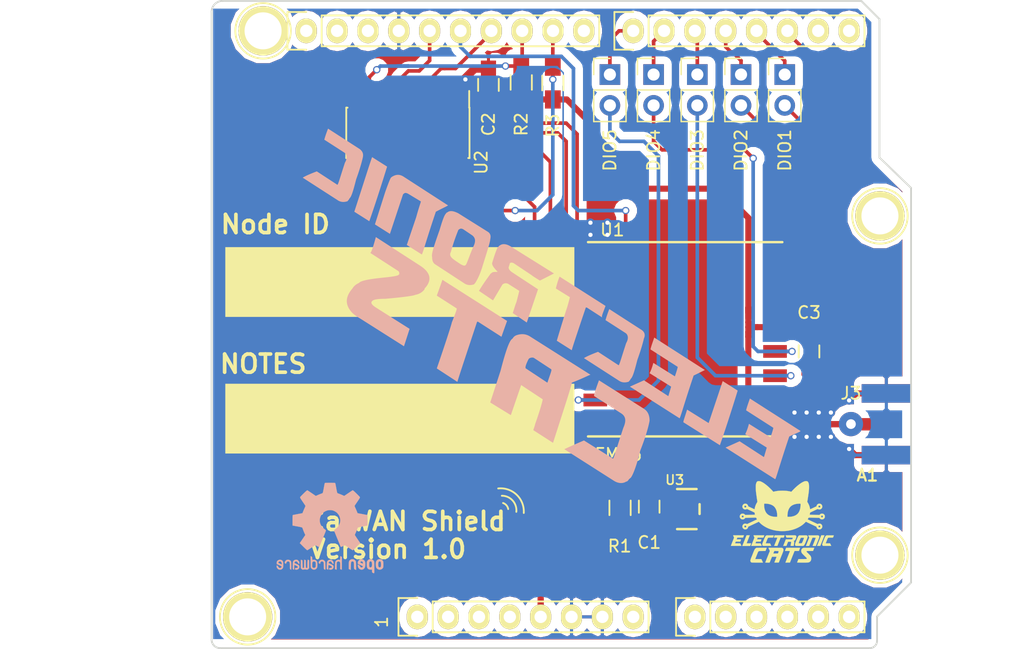
<source format=kicad_pcb>
(kicad_pcb (version 20221018) (generator pcbnew)
  (title_block (date "lun. 30 mars 2015"))
  (layers (0 "F.Cu" signal) (31 "B.Cu" signal) (34 "B.Paste" user) (35 "F.Paste" user) (36 "B.SilkS" user "B.Silkscreen") (37 "F.SilkS" user "F.Silkscreen") (38 "B.Mask" user) (39 "F.Mask" user) (44 "Edge.Cuts" user))
  (net 0 "")
  (net 1 "/IOREF")
  (net 2 "+5V")
  (net 3 "GND")
  (net 4 "/Vin")
  (net 5 "/A0")
  (net 6 "/A1")
  (net 7 "/A2")
  (net 8 "/A3")
  (net 9 "/AREF")
  (net 10 "/A4(SDA)")
  (net 11 "/A5(SCL)")
  (net 12 "/9(**)")
  (net 13 "/8")
  (net 14 "/7")
  (net 15 "/6(**)")
  (net 16 "/5(**)")
  (net 17 "/4")
  (net 18 "/3(**)")
  (net 19 "/1(Tx)")
  (net 20 "/0(Rx)")
  (net 21 "Net-(P5-Pad1)")
  (net 22 "Net-(P6-Pad1)")
  (net 23 "Net-(P7-Pad1)")
  (net 24 "Net-(P8-Pad1)")
  (net 25 "/13(SCK)")
  (net 26 "/10(**/SS)")
  (net 27 "Net-(P1-Pad1)")
  (net 28 "/12(MISO)")
  (net 29 "/11(**/MOSI)")
  (net 30 "Net-(P1-Pad4)")
  (net 31 "Net-(P3-Pad1)")
  (net 32 "Net-(P3-Pad2)")
  (net 33 "Net-(A1-Pad1)")
  (net 34 "+3V3")
  (net 35 "/RESET")
  (net 36 "/DIO0/2")
  (net 37 "Net-(R1-Pad1)")
  (net 38 "/MOSI_3v3")
  (net 39 "/SCK_3v3")
  (net 40 "/SS_3v3")
  (net 41 "/DIO5")
  (net 42 "/DIO3")
  (net 43 "/DIO4")
  (net 44 "/DIO1")
  (net 45 "/DIO2")
  (net 46 "Net-(U2-Pad11)")
  (net 47 "Net-(U2-Pad12)")
  (net 48 "Net-(U2-Pad13)")
  (net 49 "Net-(U2-Pad14)")
  (net 50 "Net-(U2-Pad15)")
  (net 51 "Net-(U2-Pad16)")
  (net 52 "Net-(U3-Pad4)")
  (net 53 "/Reset_a")
  (footprint "Socket_Arduino_Uno:Socket_Strip_Arduino_1x08" (layer "F.Cu") (at 138.938 123.825)
    (fp_text reference "P1" hide)
    (fp_text value "Power")
    (pad "1" thru_hole oval locked (at 0 0) (size 1.7272 2.032) (drill 1.016) (layers "*.Cu" "*.Mask" "F.SilkS") (net 27 "Net-(P1-Pad1)"))
    (pad "2" thru_hole oval locked (at 2.54 0) (size 1.7272 2.032) (drill 1.016) (layers "*.Cu" "*.Mask" "F.SilkS") (net 1 "/IOREF"))
    (pad "3" thru_hole oval locked (at 5.08 0) (size 1.7272 2.032) (drill 1.016) (layers "*.Cu" "*.Mask" "F.SilkS") (net 53 "/Reset_a"))
    (pad "4" thru_hole oval locked (at 7.62 0) (size 1.7272 2.032) (drill 1.016) (layers "*.Cu" "*.Mask" "F.SilkS") (net 30 "Net-(P1-Pad4)"))
    (pad "5" thru_hole oval locked (at 10.16 0) (size 1.7272 2.032) (drill 1.016) (layers "*.Cu" "*.Mask" "F.SilkS") (net 2 "+5V"))
    (pad "6" thru_hole oval locked (at 12.7 0) (size 1.7272 2.032) (drill 1.016) (layers "*.Cu" "*.Mask" "F.SilkS") (net 3 "GND"))
    (pad "7" thru_hole oval locked (at 15.24 0) (size 1.7272 2.032) (drill 1.016) (layers "*.Cu" "*.Mask" "F.SilkS") (net 3 "GND"))
    (pad "8" thru_hole oval locked (at 17.78 0) (size 1.7272 2.032) (drill 1.016) (layers "*.Cu" "*.Mask" "F.SilkS") (net 4 "/Vin"))
  )
  (footprint "Socket_Arduino_Uno:Socket_Strip_Arduino_1x06" (layer "F.Cu") (at 161.798 123.825)
    (fp_text reference "P2")
    (fp_text value "Analog")
    (pad "1" thru_hole oval locked (at 0 0) (size 1.7272 2.032) (drill 1.016) (layers "*.Cu" "*.Mask" "F.SilkS") (net 5 "/A0"))
    (pad "2" thru_hole oval locked (at 2.54 0) (size 1.7272 2.032) (drill 1.016) (layers "*.Cu" "*.Mask" "F.SilkS") (net 6 "/A1"))
    (pad "3" thru_hole oval locked (at 5.08 0) (size 1.7272 2.032) (drill 1.016) (layers "*.Cu" "*.Mask" "F.SilkS") (net 7 "/A2"))
    (pad "4" thru_hole oval locked (at 7.62 0) (size 1.7272 2.032) (drill 1.016) (layers "*.Cu" "*.Mask" "F.SilkS") (net 8 "/A3"))
    (pad "5" thru_hole oval locked (at 10.16 0) (size 1.7272 2.032) (drill 1.016) (layers "*.Cu" "*.Mask" "F.SilkS") (net 10 "/A4(SDA)"))
    (pad "6" thru_hole oval locked (at 12.7 0) (size 1.7272 2.032) (drill 1.016) (layers "*.Cu" "*.Mask" "F.SilkS") (net 11 "/A5(SCL)"))
  )
  (footprint "Socket_Arduino_Uno:Socket_Strip_Arduino_1x10" (layer "F.Cu") (at 129.794 75.565)
    (fp_text reference "P3" hide)
    (fp_text value "Digital")
    (pad "1" thru_hole oval locked (at 0 0) (size 1.7272 2.032) (drill 1.016) (layers "*.Cu" "*.Mask" "F.SilkS") (net 31 "Net-(P3-Pad1)"))
    (pad "2" thru_hole oval locked (at 2.54 0) (size 1.7272 2.032) (drill 1.016) (layers "*.Cu" "*.Mask" "F.SilkS") (net 32 "Net-(P3-Pad2)"))
    (pad "3" thru_hole oval locked (at 5.08 0) (size 1.7272 2.032) (drill 1.016) (layers "*.Cu" "*.Mask" "F.SilkS") (net 9 "/AREF"))
    (pad "4" thru_hole oval locked (at 7.62 0) (size 1.7272 2.032) (drill 1.016) (layers "*.Cu" "*.Mask" "F.SilkS") (net 3 "GND"))
    (pad "5" thru_hole oval locked (at 10.16 0) (size 1.7272 2.032) (drill 1.016) (layers "*.Cu" "*.Mask" "F.SilkS") (net 25 "/13(SCK)"))
    (pad "6" thru_hole oval locked (at 12.7 0) (size 1.7272 2.032) (drill 1.016) (layers "*.Cu" "*.Mask" "F.SilkS") (net 28 "/12(MISO)"))
    (pad "7" thru_hole oval locked (at 15.24 0) (size 1.7272 2.032) (drill 1.016) (layers "*.Cu" "*.Mask" "F.SilkS") (net 29 "/11(**/MOSI)"))
    (pad "8" thru_hole oval locked (at 17.78 0) (size 1.7272 2.032) (drill 1.016) (layers "*.Cu" "*.Mask" "F.SilkS") (net 26 "/10(**/SS)"))
    (pad "9" thru_hole oval locked (at 20.32 0) (size 1.7272 2.032) (drill 1.016) (layers "*.Cu" "*.Mask" "F.SilkS") (net 12 "/9(**)"))
    (pad "10" thru_hole oval locked (at 22.86 0) (size 1.7272 2.032) (drill 1.016) (layers "*.Cu" "*.Mask" "F.SilkS") (net 13 "/8"))
  )
  (footprint "Socket_Arduino_Uno:Socket_Strip_Arduino_1x08" (layer "F.Cu") (at 156.718 75.565)
    (fp_text reference "P4" hide)
    (fp_text value "Digital")
    (pad "1" thru_hole oval locked (at 0 0) (size 1.7272 2.032) (drill 1.016) (layers "*.Cu" "*.Mask" "F.SilkS") (net 14 "/7"))
    (pad "2" thru_hole oval locked (at 2.54 0) (size 1.7272 2.032) (drill 1.016) (layers "*.Cu" "*.Mask" "F.SilkS") (net 15 "/6(**)"))
    (pad "3" thru_hole oval locked (at 5.08 0) (size 1.7272 2.032) (drill 1.016) (layers "*.Cu" "*.Mask" "F.SilkS") (net 16 "/5(**)"))
    (pad "4" thru_hole oval locked (at 7.62 0) (size 1.7272 2.032) (drill 1.016) (layers "*.Cu" "*.Mask" "F.SilkS") (net 17 "/4"))
    (pad "5" thru_hole oval locked (at 10.16 0) (size 1.7272 2.032) (drill 1.016) (layers "*.Cu" "*.Mask" "F.SilkS") (net 18 "/3(**)"))
    (pad "6" thru_hole oval locked (at 12.7 0) (size 1.7272 2.032) (drill 1.016) (layers "*.Cu" "*.Mask" "F.SilkS") (net 36 "/DIO0/2"))
    (pad "7" thru_hole oval locked (at 15.24 0) (size 1.7272 2.032) (drill 1.016) (layers "*.Cu" "*.Mask" "F.SilkS") (net 19 "/1(Tx)"))
    (pad "8" thru_hole oval locked (at 17.78 0) (size 1.7272 2.032) (drill 1.016) (layers "*.Cu" "*.Mask" "F.SilkS") (net 20 "/0(Rx)"))
  )
  (footprint "Socket_Arduino_Uno:Arduino_1pin" (layer "F.Cu") (at 124.968 123.825)
    (fp_text reference "P5" hide)
    (fp_text value "CONN_01X01" hide)
    (pad "1" thru_hole circle locked (at 0 0) (size 4.064 4.064) (drill 3.048) (layers "*.Cu" "*.Mask" "F.SilkS") (net 21 "Net-(P5-Pad1)"))
  )
  (footprint "Socket_Arduino_Uno:Arduino_1pin" (layer "F.Cu") (at 177.038 118.745)
    (fp_text reference "P6" hide)
    (fp_text value "CONN_01X01" hide)
    (pad "1" thru_hole circle locked (at 0 0) (size 4.064 4.064) (drill 3.048) (layers "*.Cu" "*.Mask" "F.SilkS") (net 22 "Net-(P6-Pad1)"))
  )
  (footprint "Socket_Arduino_Uno:Arduino_1pin" (layer "F.Cu") (at 126.238 75.565)
    (fp_text reference "P7" hide)
    (fp_text value "CONN_01X01" hide)
    (pad "1" thru_hole circle locked (at 0 0) (size 4.064 4.064) (drill 3.048) (layers "*.Cu" "*.Mask" "F.SilkS") (net 23 "Net-(P7-Pad1)"))
  )
  (footprint "Socket_Arduino_Uno:Arduino_1pin" (layer "F.Cu") (at 177.038 90.805)
    (fp_text reference "P8" hide)
    (fp_text value "CONN_01X01" hide)
    (pad "1" thru_hole circle locked (at 0 0) (size 4.064 4.064) (drill 3.048) (layers "*.Cu" "*.Mask" "F.SilkS") (net 24 "Net-(P8-Pad1)"))
  )
  (footprint "TIH:electronic_cats_logo_8x6" (layer "F.Cu") (at 169 116)
    (fp_text reference "G***" hide)
    (fp_text value "LOGO" hide)
  )
  (footprint "ArduinoShieldLoRa:SMA_EDGELAUNCH_UFL" (layer "F.Cu") (at 179.598 107.965 180)
    (fp_text reference "A1" (at 2.598 -3.635 180) (layer "F.SilkS") (effects (font (size 0.9652 0.9652) (thickness 0.18288)) (justify right top)))
    (fp_text value "ANT")
    (pad "1" smd rect (at 3.048 0 270) (size 1.016 2.032) (layers "F.Cu" "F.Paste" "F.Mask") (net 33 "Net-(A1-Pad1)"))
    (pad "2" smd rect (at 2.032 2.54 270) (size 1.524 4.064) (layers "F.Cu" "F.Paste" "F.Mask") (net 3 "GND"))
    (pad "3" smd rect (at 2.032 -2.54 270) (size 1.524 4.064) (layers "F.Cu" "F.Paste" "F.Mask") (net 3 "GND"))
    (pad "4" smd rect (at 2.032 -2.54 270) (size 1.524 4.064) (layers "B.Cu" "B.Paste" "B.Mask") (net 3 "GND"))
    (pad "5" smd rect (at 2.032 2.54 270) (size 1.524 4.064) (layers "B.Cu" "B.Paste" "B.Mask") (net 3 "GND"))
  )
  (footprint "Capacitors_SMD:C_0805_HandSoldering" (layer "F.Cu") (at 158.035 114.748 -90)
    (fp_text reference "C1" (at 2.952 0) (layer "F.SilkS"))
    (fp_text value "10uF")
    (pad "1" smd rect (at -1.25 0 270) (size 1.5 1.25) (layers "F.Cu" "F.Paste" "F.Mask") (net 2 "+5V"))
    (pad "2" smd rect (at 1.25 0 270) (size 1.5 1.25) (layers "F.Cu" "F.Paste" "F.Mask") (net 3 "GND"))
  )
  (footprint "Capacitors_SMD:C_0805_HandSoldering" (layer "F.Cu") (at 144.798 80.015 90)
    (fp_text reference "C2" (at -3.25 0 90) (layer "F.SilkS"))
    (fp_text value "0.1uF")
    (pad "1" smd rect (at -1.25 0 90) (size 1.5 1.25) (layers "F.Cu" "F.Paste" "F.Mask") (net 34 "+3V3"))
    (pad "2" smd rect (at 1.25 0 90) (size 1.5 1.25) (layers "F.Cu" "F.Paste" "F.Mask") (net 3 "GND"))
  )
  (footprint "Capacitors_SMD:C_0805_HandSoldering" (layer "F.Cu") (at 171.198 101.965 -90)
    (fp_text reference "C3" (at -3.2 0) (layer "F.SilkS"))
    (fp_text value "10uF")
    (pad "1" smd rect (at -1.25 0 270) (size 1.5 1.25) (layers "F.Cu" "F.Paste" "F.Mask") (net 34 "+3V3"))
    (pad "2" smd rect (at 1.25 0 270) (size 1.5 1.25) (layers "F.Cu" "F.Paste" "F.Mask") (net 3 "GND"))
  )
  (footprint "Pin_Headers:Pin_Header_Straight_1x02_Pitch2.54mm" (layer "F.Cu") (at 169.198 79.165)
    (fp_text reference "J1")
    (fp_text value "DIO1" (at 0.002 6.235 90) (layer "F.SilkS"))
    (pad "1" thru_hole rect (at 0 0) (size 1.7 1.7) (drill 1) (layers "*.Cu" "*.Mask") (net 18 "/3(**)"))
    (pad "2" thru_hole oval (at 0 2.54) (size 1.7 1.7) (drill 1) (layers "*.Cu" "*.Mask") (net 44 "/DIO1"))
  )
  (footprint "Wire_Pads:SolderWirePad_single_0-8mmDrill" (layer "F.Cu") (at 174.65 107.95)
    (fp_text reference "J3" (at 0 -2.54) (layer "F.SilkS"))
    (fp_text value "CONN_01X01")
    (pad "1" thru_hole circle (at 0 0) (size 1.99898 1.99898) (drill 0.8001) (layers "*.Cu" "*.Mask") (net 33 "Net-(A1-Pad1)"))
  )
  (footprint "agroin:RFM95W" (layer "F.Cu") (at 160.998 100.965)
    (fp_text reference "U1" (at -6 -9) (layer "F.SilkS"))
    (fp_text value "RFM95" (at -6 9.49147) (layer "F.SilkS"))
    (pad "1" smd rect (at -7.4 -7) (size 1.95 1.05) (layers "F.Cu" "F.Paste" "F.Mask") (net 3 "GND"))
    (pad "2" smd rect (at -7.4 -5) (size 1.95 1.05) (layers "F.Cu" "F.Paste" "F.Mask") (net 28 "/12(MISO)"))
    (pad "3" smd rect (at -7.4 -3) (size 1.95 1.05) (layers "F.Cu" "F.Paste" "F.Mask") (net 38 "/MOSI_3v3"))
    (pad "4" smd rect (at -7.4 -1) (size 1.95 1.05) (layers "F.Cu" "F.Paste" "F.Mask") (net 39 "/SCK_3v3"))
    (pad "5" smd rect (at -7.4 1) (size 1.95 1.05) (layers "F.Cu" "F.Paste" "F.Mask") (net 40 "/SS_3v3"))
    (pad "6" smd rect (at -7.4 3) (size 1.95 1.05) (layers "F.Cu" "F.Paste" "F.Mask") (net 35 "/RESET"))
    (pad "7" smd rect (at -7.4 5) (size 1.95 1.05) (layers "F.Cu" "F.Paste" "F.Mask") (net 41 "/DIO5"))
    (pad "8" smd rect (at -7.4 7) (size 1.95 1.05) (layers "F.Cu" "F.Paste" "F.Mask") (net 3 "GND"))
    (pad "9" smd rect (at 7.4 7 180) (size 1.95 1.05) (layers "F.Cu" "F.Paste" "F.Mask") (net 33 "Net-(A1-Pad1)"))
    (pad "10" smd rect (at 7.4 5 180) (size 1.95 1.05) (layers "F.Cu" "F.Paste" "F.Mask") (net 3 "GND"))
    (pad "11" smd rect (at 7.4 3 180) (size 1.95 1.05) (layers "F.Cu" "F.Paste" "F.Mask") (net 42 "/DIO3"))
    (pad "12" smd rect (at 7.4 1 180) (size 1.95 1.05) (layers "F.Cu" "F.Paste" "F.Mask") (net 43 "/DIO4"))
    (pad "13" smd rect (at 7.4 -1 180) (size 1.95 1.05) (layers "F.Cu" "F.Paste" "F.Mask") (net 34 "+3V3"))
    (pad "14" smd rect (at 7.4 -3 180) (size 1.95 1.05) (layers "F.Cu" "F.Paste" "F.Mask") (net 36 "/DIO0/2"))
    (pad "15" smd rect (at 7.4 -5 180) (size 1.95 1.05) (layers "F.Cu" "F.Paste" "F.Mask") (net 44 "/DIO1"))
    (pad "16" smd rect (at 7.4 -7 180) (size 1.95 1.05) (layers "F.Cu" "F.Paste" "F.Mask") (net 45 "/DIO2"))
  )
  (footprint "Housings_SOIC:SOIC-16_3.9x9.9mm_Pitch1.27mm" (layer "F.Cu") (at 138.163 83.965 -90)
    (fp_text reference "U2" (at 2.435 -6.037 90) (layer "F.SilkS"))
    (fp_text value "74HC4050D")
    (pad "1" smd rect (at -2.7 -4.445 270) (size 1.5 0.6) (layers "F.Cu" "F.Paste" "F.Mask") (net 34 "+3V3"))
    (pad "2" smd rect (at -2.7 -3.175 270) (size 1.5 0.6) (layers "F.Cu" "F.Paste" "F.Mask") (net 38 "/MOSI_3v3"))
    (pad "3" smd rect (at -2.7 -1.905 270) (size 1.5 0.6) (layers "F.Cu" "F.Paste" "F.Mask") (net 29 "/11(**/MOSI)"))
    (pad "4" smd rect (at -2.7 -0.635 270) (size 1.5 0.6) (layers "F.Cu" "F.Paste" "F.Mask") (net 39 "/SCK_3v3"))
    (pad "5" smd rect (at -2.7 0.635 270) (size 1.5 0.6) (layers "F.Cu" "F.Paste" "F.Mask") (net 25 "/13(SCK)"))
    (pad "6" smd rect (at -2.7 1.905 270) (size 1.5 0.6) (layers "F.Cu" "F.Paste" "F.Mask") (net 40 "/SS_3v3"))
    (pad "7" smd rect (at -2.7 3.175 270) (size 1.5 0.6) (layers "F.Cu" "F.Paste" "F.Mask") (net 26 "/10(**/SS)"))
    (pad "8" smd rect (at -2.7 4.445 270) (size 1.5 0.6) (layers "F.Cu" "F.Paste" "F.Mask") (net 3 "GND"))
    (pad "9" smd rect (at 2.7 4.445 270) (size 1.5 0.6) (layers "F.Cu" "F.Paste" "F.Mask") (net 12 "/9(**)"))
    (pad "10" smd rect (at 2.7 3.175 270) (size 1.5 0.6) (layers "F.Cu" "F.Paste" "F.Mask") (net 35 "/RESET"))
    (pad "11" smd rect (at 2.7 1.905 270) (size 1.5 0.6) (layers "F.Cu" "F.Paste" "F.Mask") (net 46 "Net-(U2-Pad11)"))
    (pad "12" smd rect (at 2.7 0.635 270) (size 1.5 0.6) (layers "F.Cu" "F.Paste" "F.Mask") (net 47 "Net-(U2-Pad12)"))
    (pad "13" smd rect (at 2.7 -0.635 270) (size 1.5 0.6) (layers "F.Cu" "F.Paste" "F.Mask") (net 48 "Net-(U2-Pad13)"))
    (pad "14" smd rect (at 2.7 -1.905 270) (size 1.5 0.6) (layers "F.Cu" "F.Paste" "F.Mask") (net 49 "Net-(U2-Pad14)"))
    (pad "15" smd rect (at 2.7 -3.175 270) (size 1.5 0.6) (layers "F.Cu" "F.Paste" "F.Mask") (net 50 "Net-(U2-Pad15)"))
    (pad "16" smd rect (at 2.7 -4.445 270) (size 1.5 0.6) (layers "F.Cu" "F.Paste" "F.Mask") (net 51 "Net-(U2-Pad16)"))
  )
  (footprint "ArduinoShieldLoRa:AP2112K-3.3" (layer "F.Cu") (at 161.1349 114.948 -90)
    (fp_text reference "U3" (at -2.848 0.1349) (layer "F.SilkS") (effects (font (size 0.77216 0.77216) (thickness 0.138988)) (justify right top)))
    (fp_text value "AP2112K-3.3" hide)
    (pad "1" smd rect (at -0.95 1.3001 270) (size 0.55 1.2) (layers "F.Cu" "F.Paste" "F.Mask") (net 2 "+5V"))
    (pad "2" smd rect (at 0 1.3001 270) (size 0.55 1.2) (layers "F.Cu" "F.Paste" "F.Mask") (net 3 "GND"))
    (pad "3" smd rect (at 0.95 1.3001 270) (size 0.55 1.2) (layers "F.Cu" "F.Paste" "F.Mask") (net 37 "Net-(R1-Pad1)"))
    (pad "4" smd rect (at 0.95 -1.3001 270) (size 0.55 1.2) (layers "F.Cu" "F.Paste" "F.Mask") (net 52 "Net-(U3-Pad4)"))
    (pad "5" smd rect (at -0.95 -1.3001 270) (size 0.55 1.2) (layers "F.Cu" "F.Paste" "F.Mask") (net 34 "+3V3"))
  )
  (footprint "Pin_Headers:Pin_Header_Straight_1x02_Pitch2.54mm" (layer "F.Cu") (at 158.398 79.165)
    (fp_text reference "J2")
    (fp_text value "DIO4" (at 0 6.235 90) (layer "F.SilkS"))
    (pad "1" thru_hole rect (at 0 0) (size 1.7 1.7) (drill 1) (layers "*.Cu" "*.Mask") (net 15 "/6(**)"))
    (pad "2" thru_hole oval (at 0 2.54) (size 1.7 1.7) (drill 1) (layers "*.Cu" "*.Mask") (net 43 "/DIO4"))
  )
  (footprint "Pin_Headers:Pin_Header_Straight_1x02_Pitch2.54mm" (layer "F.Cu") (at 161.998 79.165)
    (fp_text reference "J4")
    (fp_text value "DIO3" (at 0.002 6.235 90) (layer "F.SilkS"))
    (pad "1" thru_hole rect (at 0 0) (size 1.7 1.7) (drill 1) (layers "*.Cu" "*.Mask") (net 16 "/5(**)"))
    (pad "2" thru_hole oval (at 0 2.54) (size 1.7 1.7) (drill 1) (layers "*.Cu" "*.Mask") (net 42 "/DIO3"))
  )
  (footprint "Pin_Headers:Pin_Header_Straight_1x02_Pitch2.54mm" (layer "F.Cu") (at 154.798 79.165)
    (fp_text reference "J5")
    (fp_text value "DIO5" (at 0.002 6.235 90) (layer "F.SilkS"))
    (pad "1" thru_hole rect (at 0 0) (size 1.7 1.7) (drill 1) (layers "*.Cu" "*.Mask") (net 14 "/7"))
    (pad "2" thru_hole oval (at 0 2.54) (size 1.7 1.7) (drill 1) (layers "*.Cu" "*.Mask") (net 41 "/DIO5"))
  )
  (footprint "Pin_Headers:Pin_Header_Straight_1x02_Pitch2.54mm" (layer "F.Cu") (at 165.598 79.165)
    (fp_text reference "J6")
    (fp_text value "DIO2" (at 0 6.235 90) (layer "F.SilkS"))
    (pad "1" thru_hole rect (at 0 0) (size 1.7 1.7) (drill 1) (layers "*.Cu" "*.Mask") (net 17 "/4"))
    (pad "2" thru_hole oval (at 0 2.54) (size 1.7 1.7) (drill 1) (layers "*.Cu" "*.Mask") (net 45 "/DIO2"))
  )
  (footprint "Resistors_SMD:R_0805_HandSoldering" (layer "F.Cu") (at 155.635 114.848 90)
    (fp_text reference "R1" (at -3.152 -0.035 180) (layer "F.SilkS"))
    (fp_text value "100K")
    (pad "1" smd rect (at -1.35 0 90) (size 1.5 1.3) (layers "F.Cu" "F.Paste" "F.Mask") (net 37 "Net-(R1-Pad1)"))
    (pad "2" smd rect (at 1.35 0 90) (size 1.5 1.3) (layers "F.Cu" "F.Paste" "F.Mask") (net 2 "+5V"))
  )
  (footprint "Resistors_SMD:R_0805_HandSoldering" (layer "F.Cu") (at 150.098 79.865 90)
    (fp_text reference "R3" (at -3.5 0 90) (layer "F.SilkS"))
    (fp_text value "100k")
    (pad "1" smd rect (at -1.35 0 90) (size 1.5 1.3) (layers "F.Cu" "F.Paste" "F.Mask") (net 34 "+3V3"))
    (pad "2" smd rect (at 1.35 0 90) (size 1.5 1.3) (layers "F.Cu" "F.Paste" "F.Mask") (net 12 "/9(**)"))
  )
  (footprint "Resistors_SMD:R_0805_HandSoldering" (layer "F.Cu") (at 147.498 79.815 90)
    (fp_text reference "R2" (at -3.45 0 90) (layer "F.SilkS"))
    (fp_text value "100k")
    (pad "1" smd rect (at -1.35 0 90) (size 1.5 1.3) (layers "F.Cu" "F.Paste" "F.Mask") (net 34 "+3V3"))
    (pad "2" smd rect (at 1.35 0 90) (size 1.5 1.3) (layers "F.Cu" "F.Paste" "F.Mask") (net 26 "/10(**/SS)"))
  )
  (footprint "Symbols:OSHW-Logo2_9.8x8mm_SilkScreen" (layer "B.Cu") (at 131.75 116.5 180)
    (fp_text reference "REF***" hide)
    (fp_text value "OSHW-Logo2_9.8x8mm_SilkScreen" hide)
  )
  (footprint "Aesthetics:titule_electronic_med" (layer "B.Cu") (at 150 98.25 180)
    (fp_text reference "svg2mod" hide)
    (fp_text value "electronic" hide)
  )
  (gr_arc (start 146 114.45) (mid 146.280825 114.639138) (end 146.42385 114.946025) (stroke (width 0.15)) (layer "F.SilkS"))
  (gr_arc (start 145.9 113.85) (mid 146.791837 114.247113) (end 147.093407 115.175622) (stroke (width 0.15)) (layer "F.SilkS"))
  (gr_arc (start 145.6 113.25) (mid 147.121945 113.770702) (end 147.706777 115.269174) (stroke (width 0.15)) (layer "F.SilkS"))
  (gr_line (start 176.2 126.4) (end 122.7 126.4) (stroke (width 0.15)) (layer "Edge.Cuts"))
  (gr_line (start 176.8 125.8) (end 176.8 123.8) (stroke (width 0.15)) (layer "Edge.Cuts"))
  (gr_line (start 177 86) (end 177 74.6) (stroke (width 0.15)) (layer "Edge.Cuts"))
  (gr_line (start 179.6 121) (end 179.6 88.5) (stroke (width 0.15)) (layer "Edge.Cuts"))
  (gr_line (start 122 125.7) (end 122 74) (stroke (width 0.15)) (layer "Edge.Cuts"))
  (gr_line (start 176.8 123.8) (end 179.6 121) (stroke (width 0.15)) (layer "Edge.Cuts"))
  (gr_arc (start 176.8 125.8) (mid 176.624264 126.224264) (end 176.2 126.4) (stroke (width 0.15)) (layer "Edge.Cuts"))
  (gr_arc (start 122 74) (mid 122.263604 73.363604) (end 122.9 73.1) (stroke (width 0.15)) (layer "Edge.Cuts"))
  (gr_arc (start 122.7 126.4) (mid 122.205025 126.194975) (end 122 125.7) (stroke (width 0.15)) (layer "Edge.Cuts"))
  (gr_line (start 175.5 73.1) (end 122.9 73.1) (stroke (width 0.15)) (layer "Edge.Cuts"))
  (gr_line (start 179.6 88.5) (end 177 86) (stroke (width 0.15)) (layer "Edge.Cuts"))
  (gr_line (start 177 74.6) (end 175.5 73.1) (stroke (width 0.15)) (layer "Edge.Cuts"))
  (gr_text "NOTES" (at 126.25 103) (layer "F.SilkS") (effects (font (size 1.5 1.5) (thickness 0.3))))
  (gr_text "CatWAN Shield" (at 138 115.95) (layer "F.SilkS") (effects (font (size 1.5 1.5) (thickness 0.3))))
  (gr_text "1" (at 136 124.25 90) (layer "F.SilkS") (effects (font (size 1 1))))
  (gr_text "Node ID" (at 127.25 91.5) (layer "F.SilkS") (effects (font (size 1.5 1.5) (thickness 0.3))))
  (gr_text "Version 1.0" (at 136.5 118.25) (layer "F.SilkS") (effects (font (size 1.5 1.5) (thickness 0.3))))
  (segment (start 154.3 113.498) (end 155.635 113.498) (width 0.5) (layer "F.Cu") (net 2))
  (segment (start 151.065 113.498) (end 154.3 113.498) (width 0.5) (layer "F.Cu") (net 2))
  (segment (start 159.3348 113.498) (end 159.8348 113.998) (width 0.5) (layer "F.Cu") (net 2))
  (segment (start 153.391 113.498) (end 154.3 113.498) (width 0.5) (layer "F.Cu") (net 2))
  (segment (start 149.048 123.775) (end 149.098 123.825) (width 0.6) (layer "F.Cu") (net 2))
  (segment (start 149.098 123.825) (end 149.098 115.465) (width 0.5) (layer "F.Cu") (net 2))
  (segment (start 158.035 113.498) (end 159.3348 113.498) (width 0.5) (layer "F.Cu") (net 2))
  (segment (start 155.635 113.498) (end 158.035 113.498) (width 0.5) (layer "F.Cu") (net 2))
  (segment (start 149.098 123.825) (end 149.098 122.309) (width 0.5) (layer "F.Cu") (net 2))
  (segment (start 149.098 115.465) (end 151.065 113.498) (width 0.5) (layer "F.Cu") (net 2))
  (segment (start 158.035 115.873) (end 157.027 114.865) (width 0.5) (layer "F.Cu") (net 3))
  (segment (start 143.698 78.765) (end 142.898 79.565) (width 0.5) (layer "F.Cu") (net 3))
  (segment (start 171 109) (end 170 109) (width 0.5) (layer "F.Cu") (net 3))
  (segment (start 153.598 92.765) (end 153.198 92.365) (width 0.5) (layer "F.Cu") (net 3))
  (segment (start 168.398 105.965) (end 168.965 105.965) (width 0.5) (layer "F.Cu") (net 3))
  (segment (start 157.027 114.865) (end 153.198 114.865) (width 0.5) (layer "F.Cu") (net 3))
  (segment (start 171 107) (end 172 107) (width 0.5) (layer "F.Cu") (net 3))
  (segment (start 175.075 105.425) (end 174.5 106) (width 0.5) (layer "F.Cu") (net 3))
  (segment (start 168.965 105.965) (end 170 107) (width 0.5) (layer "F.Cu") (net 3))
  (segment (start 159.085 114.948) (end 158.035 115.998) (width 0.5) (layer "F.Cu") (net 3))
  (segment (start 153.598 93.965) (end 153.598 92.765) (width 0.5) (layer "F.Cu") (net 3))
  (segment (start 177.566 105.425) (end 175.075 105.425) (width 0.5) (layer "F.Cu") (net 3))
  (segment (start 159.8348 114.948) (end 159.085 114.948) (width 0.5) (layer "F.Cu") (net 3))
  (segment (start 144.798 78.765) (end 143.698 78.765) (width 0.5) (layer "F.Cu") (net 3))
  (segment (start 175.005 110.505) (end 174.5 110) (width 0.5) (layer "F.Cu") (net 3))
  (segment (start 153.198 91.365) (end 154.598 91.365) (width 0.5) (layer "F.Cu") (net 3))
  (segment (start 173 109) (end 172 109) (width 0.5) (layer "F.Cu") (net 3))
  (segment (start 158.035 115.998) (end 158.035 115.873) (width 0.5) (layer "F.Cu") (net 3))
  (segment (start 177.566 110.505) (end 175.005 110.505) (width 0.5) (layer "F.Cu") (net 3))
  (via (at 142.898 79.565) (size 0.7) (drill 0.35) (layers "F.Cu" "B.Cu") (net 3))
  (via (at 154.598 91.365) (size 0.7) (drill 0.35) (layers "F.Cu" "B.Cu") (net 3))
  (via (at 173 109) (size 0.7) (drill 0.35) (layers "F.Cu" "B.Cu") (net 3))
  (via (at 153.198 92.365) (size 0.7) (drill 0.35) (layers "F.Cu" "B.Cu") (net 3))
  (via (at 173 107) (size 0.7) (drill 0.35) (layers "F.Cu" "B.Cu") (net 3))
  (via (at 174.5 106) (size 0.7) (drill 0.35) (layers "F.Cu" "B.Cu") (net 3))
  (via (at 154.598 92.365) (size 0.7) (drill 0.35) (layers "F.Cu" "B.Cu") (net 3))
  (via (at 172 107) (size 0.7) (drill 0.35) (layers "F.Cu" "B.Cu") (net 3))
  (via (at 153.198 91.365) (size 0.7) (drill 0.35) (layers "F.Cu" "B.Cu") (net 3))
  (via (at 170 109) (size 0.7) (drill 0.35) (layers "F.Cu" "B.Cu") (net 3))
  (via (at 171 109) (size 0.7) (drill 0.35) (layers "F.Cu" "B.Cu") (net 3))
  (via (at 174.5 110) (size 0.7) (drill 0.35) (layers "F.Cu" "B.Cu") (net 3))
  (via (at 170 107) (size 0.7) (drill 0.35) (layers "F.Cu" "B.Cu") (net 3))
  (via (at 171 107) (size 0.7) (drill 0.35) (layers "F.Cu" "B.Cu") (net 3))
  (via (at 172 109) (size 0.7) (drill 0.35) (layers "F.Cu" "B.Cu") (net 3))
  (segment (start 172 109) (end 171 109) (width 0.5) (layer "B.Cu") (net 3))
  (segment (start 174.5 110) (end 173.5 110) (width 0.5) (layer "B.Cu") (net 3))
  (segment (start 172 107) (end 173 107) (width 0.5) (layer "B.Cu") (net 3))
  (segment (start 153.198 92.365) (end 153.198 91.365) (width 0.5) (layer "B.Cu") (net 3))
  (segment (start 170 107) (end 171 107) (width 0.5) (layer "B.Cu") (net 3))
  (segment (start 173.5 110) (end 173.5 109.5) (width 0.5) (layer "B.Cu") (net 3))
  (segment (start 173.5 109.5) (end 173 109) (width 0.5) (layer "B.Cu") (net 3))
  (segment (start 154.598 91.365) (end 154.598 92.365) (width 0.5) (layer "B.Cu") (net 3))
  (segment (start 133.718 89.835) (end 134.248 90.365) (width 0.3) (layer "F.Cu") (net 12))
  (segment (start 150.098 79.565) (end 150.098 78.515) (width 0.3) (layer "F.Cu") (net 12))
  (segment (start 139.348 90.365) (end 139.398 90.365) (width 0.3) (layer "F.Cu") (net 12))
  (segment (start 137.948 90.365) (end 139.398 90.365) (width 0.3) (layer "F.Cu") (net 12))
  (segment (start 150.098 78.515) (end 150.098 75.581) (width 0.3) (layer "F.Cu") (net 12))
  (segment (start 134.248 90.365) (end 137.948 90.365) (width 0.3) (layer "F.Cu") (net 12))
  (segment (start 139.398 90.365) (end 146.998 90.365) (width 0.3) (layer "F.Cu") (net 12))
  (segment (start 150.098 75.581) (end 150.114 75.565) (width 0.3) (layer "F.Cu") (net 12))
  (segment (start 133.718 86.665) (end 133.718 89.835) (width 0.3) (layer "F.Cu") (net 12))
  (via (at 146.998 90.365) (size 0.6) (drill 0.4) (layers "F.Cu" "B.Cu") (net 12))
  (via (at 150.098 79.565) (size 0.6) (drill 0.4) (layers "F.Cu" "B.Cu") (net 12))
  (segment (start 148.798 90.365) (end 150.098 89.065) (width 0.3) (layer "B.Cu") (net 12))
  (segment (start 150.098 75.581) (end 150.114 75.565) (width 0.3) (layer "B.Cu") (net 12))
  (segment (start 150.098 89.065) (end 150.098 79.565) (width 0.3) (layer "B.Cu") (net 12))
  (segment (start 146.998 90.365) (end 148.798 90.365) (width 0.3) (layer "B.Cu") (net 12))
  (segment (start 154.798 79.165) (end 154.798 76.3214) (width 0.3) (layer "F.Cu") (net 14))
  (segment (start 154.798 76.3214) (end 155.5544 75.565) (width 0.3) (layer "F.Cu") (net 14))
  (segment (start 155.5544 75.565) (end 156.718 75.565) (width 0.3) (layer "F.Cu") (net 14))
  (segment (start 158.398 79.165) (end 158.398 76.425) (width 0.3) (layer "F.Cu") (net 15))
  (segment (start 158.398 76.425) (end 159.258 75.565) (width 0.3) (layer "F.Cu") (net 15))
  (segment (start 161.998 79.165) (end 161.998 75.765) (width 0.3) (layer "F.Cu") (net 16))
  (segment (start 161.998 75.765) (end 161.798 75.565) (width 0.3) (layer "F.Cu") (net 16))
  (segment (start 165.598 79.165) (end 165.598 78.015) (width 0.3) (layer "F.Cu") (net 17))
  (segment (start 164.338 76.881) (end 164.338 75.565) (width 0.3) (layer "F.Cu") (net 17))
  (segment (start 164.872 77.415) (end 164.338 76.881) (width 0.3) (layer "F.Cu") (net 17))
  (segment (start 165.598 78.015) (end 164.998 77.415) (width 0.3) (layer "F.Cu") (net 17))
  (segment (start 164.998 77.415) (end 164.872 77.415) (width 0.3) (layer "F.Cu") (net 17))
  (segment (start 169.198 78.0374) (end 169.198 79.165) (width 0.3) (layer "F.Cu") (net 18))
  (segment (start 166.878 75.565) (end 166.878 75.7174) (width 0.3) (layer "F.Cu") (net 18))
  (segment (start 166.878 75.7174) (end 169.198 78.0374) (width 0.3) (layer "F.Cu") (net 18))
  (segment (start 139.098 78.865) (end 139.954 78.009) (width 0.3) (layer "F.Cu") (net 25))
  (segment (start 139.954 78.009) (end 139.954 75.565) (width 0.3) (layer "F.Cu") (net 25))
  (segment (start 137.528 79.535) (end 138.198 78.865) (width 0.3) (layer "F.Cu") (net 25))
  (segment (start 138.198 78.865) (end 139.098 78.865) (width 0.3) (layer "F.Cu") (net 25))
  (segment (start 137.528 81.265) (end 137.528 79.535) (width 0.3) (layer "F.Cu") (net 25))
  (segment (start 147.498 75.641) (end 147.574 75.565) (width 0.3) (layer "F.Cu") (net 26))
  (segment (start 147.574 78.389) (end 147.498 78.465) (width 0.3) (layer "F.Cu") (net 26))
  (segment (start 147.574 75.565) (end 147.574 78.389) (width 0.3) (layer "F.Cu") (net 26))
  (segment (start 146.198 78.465) (end 147.498 78.465) (width 0.3) (layer "F.Cu") (net 26))
  (segment (start 134.988 81.265) (end 134.988 79.375) (width 0.3) (layer "F.Cu") (net 26))
  (segment (start 134.988 79.375) (end 135.598 78.765) (width 0.3) (layer "F.Cu") (net 26))
  (via (at 135.598 78.765) (size 0.6) (drill 0.4) (layers "F.Cu" "B.Cu") (net 26))
  (via (at 146.198 78.465) (size 0.6) (drill 0.4) (layers "F.Cu" "B.Cu") (net 26))
  (segment (start 135.898 78.465) (end 138.198 78.465) (width 0.3) (layer "B.Cu") (net 26))
  (segment (start 135.598 78.765) (end 135.898 78.465) (width 0.3) (layer "B.Cu") (net 26))
  (segment (start 147.498 75.641) (end 147.574 75.565) (width 0.3) (layer "B.Cu") (net 26))
  (segment (start 138.198 78.465) (end 146.198 78.465) (width 0.3) (layer "B.Cu") (net 26))
  (segment (start 137.298 78.465) (end 138.198 78.465) (width 0.3) (layer "B.Cu") (net 26))
  (segment (start 156.098 95.365) (end 156.098 90.365) (width 0.3) (layer "F.Cu") (net 28))
  (segment (start 155.498 95.965) (end 156.098 95.365) (width 0.3) (layer "F.Cu") (net 28))
  (segment (start 153.598 95.965) (end 155.498 95.965) (width 0.3) (layer "F.Cu") (net 28))
  (via (at 156.098 90.365) (size 0.6) (drill 0.4) (layers "F.Cu" "B.Cu") (net 28))
  (segment (start 151.798 89.965) (end 151.798 78.665) (width 0.3) (layer "B.Cu") (net 28))
  (segment (start 156.098 90.365) (end 152.198 90.365) (width 0.3) (layer "B.Cu") (net 28))
  (segment (start 152.198 90.365) (end 151.798 89.965) (width 0.3) (layer "B.Cu") (net 28))
  (segment (start 151.798 78.665) (end 150.798 77.665) (width 0.3) (layer "B.Cu") (net 28))
  (segment (start 143.278 77.665) (end 142.494 76.881) (width 0.3) (layer "B.Cu") (net 28))
  (segment (start 142.494 76.881) (end 142.494 75.565) (width 0.3) (layer "B.Cu") (net 28))
  (segment (start 150.798 77.665) (end 143.278 77.665) (width 0.3) (layer "B.Cu") (net 28))
  (segment (start 142.498 75.569) (end 142.494 75.565) (width 0.3) (layer "B.Cu") (net 28))
  (segment (start 145.034 75.565) (end 145.034 75.7174) (width 0.3) (layer "F.Cu") (net 29))
  (segment (start 140.068 79.495) (end 140.898 78.665) (width 0.3) (layer "F.Cu") (net 29))
  (segment (start 140.898 78.665) (end 141.198 78.665) (width 0.3) (layer "F.Cu") (net 29))
  (segment (start 145.034 75.7174) (end 142.0864 78.665) (width 0.3) (layer "F.Cu") (net 29))
  (segment (start 140.068 81.265) (end 140.068 79.495) (width 0.3) (layer "F.Cu") (net 29))
  (segment (start 142.0864 78.665) (end 141.198 78.665) (width 0.3) (layer "F.Cu") (net 29))
  (segment (start 173.013 107.95) (end 172.998 107.965) (width 0.5) (layer "F.Cu") (net 33))
  (segment (start 172.998 107.965) (end 176.55 107.965) (width 0.5) (layer "F.Cu") (net 33))
  (segment (start 168.398 107.965) (end 172.998 107.965) (width 0.5) (layer "F.Cu") (net 33))
  (segment (start 174.65 107.95) (end 173.013 107.95) (width 0.5) (layer "F.Cu") (net 33))
  (segment (start 154.398 88.565) (end 163.798 88.565) (width 0.5) (layer "F.Cu") (net 34))
  (segment (start 144.898 81.165) (end 144.798 81.265) (width 0.5) (layer "F.Cu") (net 34))
  (segment (start 150.098 81.215) (end 147.548 81.215) (width 0.5) (layer "F.Cu") (net 34))
  (segment (start 166.198 98.365) (end 166.198 98.765) (width 0.5) (layer "F.Cu") (net 34))
  (segment (start 166.198 99.565) (end 166.198 98.365) (width 0.5) (layer "F.Cu") (net 34))
  (segment (start 144.798 81.265) (end 142.608 81.265) (width 0.5) (layer "F.Cu") (net 34))
  (segment (start 166.198 100.765) (end 166.198 100.365) (width 0.5) (layer "F.Cu") (net 34))
  (segment (start 163.798 88.565) (end 166.198 90.965) (width 0.5) (layer "F.Cu") (net 34))
  (segment (start 166.923 99.965) (end 166.598 99.965) (width 0.5) (layer "F.Cu") (net 34))
  (segment (start 151.248 81.215) (end 153.598 83.565) (width 0.5) (layer "F.Cu") (net 34))
  (segment (start 166.198 99.965) (end 166.198 99.565) (width 0.5) (layer "F.Cu") (net 34))
  (segment (start 153.598 83.565) (end 153.598 87.765) (width 0.5) (layer "F.Cu") (net 34))
  (segment (start 166.598 99.965) (end 166.198 99.565) (width 0.5) (layer "F.Cu") (net 34))
  (segment (start 166.198 90.965) (end 166.198 98.365) (width 0.5) (layer "F.Cu") (net 34))
  (segment (start 147.398 81.265) (end 147.498 81.165) (width 0.5) (layer "F.Cu") (net 34))
  (segment (start 166.198 99.24) (end 166.198 98.365) (width 0.5) (layer "F.Cu") (net 34))
  (segment (start 168.398 99.965) (end 166.923 99.965) (width 0.5) (layer "F.Cu") (net 34))
  (segment (start 166.198 108.965) (end 166.198 100.765) (width 0.5) (layer "F.Cu") (net 34))
  (segment (start 153.598 87.765) (end 154.398 88.565) (width 0.5) (layer "F.Cu") (net 34))
  (segment (start 166.598 99.965) (end 166.198 99.965) (width 0.5) (layer "F.Cu") (net 34))
  (segment (start 166.198 100.365) (end 166.598 99.965) (width 0.5) (layer "F.Cu") (net 34))
  (segment (start 147.548 81.215) (end 147.498 81.165) (width 0.5) (layer "F.Cu") (net 34))
  (segment (start 147.498 81.165) (end 144.898 81.165) (width 0.5) (layer "F.Cu") (net 34))
  (segment (start 170.448 99.965) (end 171.198 100.715) (width 0.5) (layer "F.Cu") (net 34))
  (segment (start 166.198 100.765) (end 166.198 99.965) (width 0.5) (layer "F.Cu") (net 34))
  (segment (start 168.398 99.965) (end 170.448 99.965) (width 0.5) (layer "F.Cu") (net 34))
  (segment (start 162.435 112.728) (end 166.198 108.965) (width 0.5) (layer "F.Cu") (net 34))
  (segment (start 162.435 113.998) (end 162.435 112.728) (width 0.5) (layer "F.Cu") (net 34))
  (segment (start 150.098 81.215) (end 151.248 81.215) (width 0.5) (layer "F.Cu") (net 34))
  (segment (start 135.598 88.365) (end 134.988 87.755) (width 0.3) (layer "F.Cu") (net 35))
  (segment (start 153.598 103.965) (end 150.098 103.965) (width 0.3) (layer "F.Cu") (net 35))
  (segment (start 134.988 87.755) (end 134.988 86.665) (width 0.3) (layer "F.Cu") (net 35))
  (segment (start 146.898 88.365) (end 137.198 88.365) (width 0.3) (layer "F.Cu") (net 35))
  (segment (start 137.198 88.365) (end 136.998 88.365) (width 0.3) (layer "F.Cu") (net 35))
  (segment (start 148.598 90.065) (end 146.898 88.365) (width 0.3) (layer "F.Cu") (net 35))
  (segment (start 148.598 102.465) (end 148.598 90.065) (width 0.3) (layer "F.Cu") (net 35))
  (segment (start 137.198 88.365) (end 135.598 88.365) (width 0.3) (layer "F.Cu") (net 35))
  (segment (start 150.098 103.965) (end 148.598 102.465) (width 0.3) (layer "F.Cu") (net 35))
  (segment (start 170.398 97.965) (end 168.398 97.965) (width 0.3) (layer "F.Cu") (net 36))
  (segment (start 171.948 96.415) (end 170.398 97.965) (width 0.3) (layer "F.Cu") (net 36))
  (segment (start 169.418 75.565) (end 169.418 75.7174) (width 0.3) (layer "F.Cu") (net 36))
  (segment (start 169.418 75.7174) (end 171.948 78.2474) (width 0.3) (layer "F.Cu") (net 36))
  (segment (start 171.948 78.2474) (end 171.948 96.415) (width 0.3) (layer "F.Cu") (net 36))
  (segment (start 159.8348 117.0982) (end 159.8348 115.898) (width 0.3) (layer "F.Cu") (net 37))
  (segment (start 155.635 116.198) (end 155.635 117.248) (width 0.3) (layer "F.Cu") (net 37))
  (segment (start 159.135 117.798) (end 159.8348 117.0982) (width 0.3) (layer "F.Cu") (net 37))
  (segment (start 155.635 117.248) (end 156.185 117.798) (width 0.3) (layer "F.Cu") (net 37))
  (segment (start 156.185 117.798) (end 159.135 117.798) (width 0.3) (layer "F.Cu") (net 37))
  (segment (start 151.198 83.165) (end 142.188 83.165) (width 0.3) (layer "F.Cu") (net 38))
  (segment (start 152.098 96.915) (end 152.098 84.065) (width 0.3) (layer "F.Cu") (net 38))
  (segment (start 153.598 97.965) (end 153.148 97.965) (width 0.3) (layer "F.Cu") (net 38))
  (segment (start 141.338 82.315) (end 141.338 81.265) (width 0.3) (layer "F.Cu") (net 38))
  (segment (start 153.148 97.965) (end 152.098 96.915) (width 0.3) (layer "F.Cu") (net 38))
  (segment (start 142.188 83.165) (end 141.338 82.315) (width 0.3) (layer "F.Cu") (net 38))
  (segment (start 152.098 84.065) (end 151.198 83.165) (width 0.3) (layer "F.Cu") (net 38))
  (segment (start 151.198 84.665) (end 151.198 99.565) (width 0.3) (layer "F.Cu") (net 39))
  (segment (start 138.798 81.265) (end 138.798 83.365) (width 0.3) (layer "F.Cu") (net 39))
  (segment (start 150.498 83.965) (end 151.198 84.665) (width 0.3) (layer "F.Cu") (net 39))
  (segment (start 139.398 83.965) (end 150.498 83.965) (width 0.3) (layer "F.Cu") (net 39))
  (segment (start 151.598 99.965) (end 153.598 99.965) (width 0.3) (layer "F.Cu") (net 39))
  (segment (start 151.198 99.565) (end 151.598 99.965) (width 0.3) (layer "F.Cu") (net 39))
  (segment (start 138.798 83.365) (end 139.398 83.965) (width 0.3) (layer "F.Cu") (net 39))
  (segment (start 148.898 85.365) (end 148.698 85.165) (width 0.3) (layer "F.Cu") (net 40))
  (segment (start 153.598 101.965) (end 150.998 101.965) (width 0.3) (layer "F.Cu") (net 40))
  (segment (start 136.258 83.925) (end 136.258 81.265) (width 0.3) (layer "F.Cu") (net 40))
  (segment (start 149.898 86.365) (end 148.898 85.365) (width 0.3) (layer "F.Cu") (net 40))
  (segment (start 148.898 85.365) (end 148.398 84.865) (width 0.3) (layer "F.Cu") (net 40))
  (segment (start 149.898 100.865) (end 149.898 86.365) (width 0.3) (layer "F.Cu") (net 40))
  (segment (start 148.398 84.865) (end 137.198 84.865) (width 0.3) (layer "F.Cu") (net 40))
  (segment (start 150.998 101.965) (end 149.898 100.865) (width 0.3) (layer "F.Cu") (net 40))
  (segment (start 137.198 84.865) (end 136.258 83.925) (width 0.3) (layer "F.Cu") (net 40))
  (segment (start 152.198 105.965) (end 153.598 105.965) (width 0.3) (layer "F.Cu") (net 41))
  (via (at 152.198 105.965) (size 0.6) (drill 0.4) (layers "F.Cu" "B.Cu") (net 41))
  (segment (start 157.598 84.665) (end 158.798 85.865) (width 0.3) (layer "B.Cu") (net 41))
  (segment (start 158.798 85.865) (end 158.798 104.365) (width 0.3) (layer "B.Cu") (net 41))
  (segment (start 157.198 105.965) (end 152.198 105.965) (width 0.3) (layer "B.Cu") (net 41))
  (segment (start 158.798 104.365) (end 157.198 105.965) (width 0.3) (layer "B.Cu") (net 41))
  (segment (start 154.798 81.705) (end 154.798 83.865) (width 0.3) (layer "B.Cu") (net 41))
  (segment (start 155.598 84.665) (end 157.598 84.665) (width 0.3) (layer "B.Cu") (net 41))
  (segment (start 154.798 83.865) (end 155.598 84.665) (width 0.3) (layer "B.Cu") (net 41))
  (segment (start 169.698 103.965) (end 168.398 103.965) (width 0.3) (layer "F.Cu") (net 42))
  (via (at 169.698 103.965) (size 0.6) (drill 0.4) (layers "F.Cu" "B.Cu") (net 42))
  (segment (start 161.998 102.465) (end 163.498 103.965) (width 0.3) (layer "B.Cu") (net 42))
  (segment (start 163.498 103.965) (end 169.698 103.965) (width 0.3) (layer "B.Cu") (net 42))
  (segment (start 161.998 81.705) (end 161.998 102.465) (width 0.3) (layer "B.Cu") (net 42))
  (segment (start 165.898 85.365) (end 166.598 86.065) (width 0.3) (layer "F.Cu") (net 43))
  (segment (start 158.398 81.705) (end 158.398 84.665) (width 0.3) (layer "F.Cu") (net 43))
  (segment (start 158.398 84.665) (end 159.098 85.365) (width 0.3) (layer "F.Cu") (net 43))
  (segment (start 159.098 85.365) (end 165.898 85.365) (width 0.3) (layer "F.Cu") (net 43))
  (segment (start 169.798 101.965) (end 168.398 101.965) (width 0.3) (layer "F.Cu") (net 43))
  (via (at 169.798 101.965) (size 0.6) (drill 0.4) (layers "F.Cu" "B.Cu") (net 43))
  (via (at 166.598 86.065) (size 0.6) (drill 0.4) (layers "F.Cu" "B.Cu") (net 43))
  (segment (start 166.598 101.565) (end 166.998 101.965) (width 0.3) (layer "B.Cu") (net 43))
  (segment (start 166.998 101.965) (end 169.598 101.965) (width 0.3) (layer "B.Cu") (net 43))
  (segment (start 169.598 101.965) (end 169.798 101.965) (width 0.3) (layer "B.Cu") (net 43))
  (segment (start 166.598 86.065) (end 166.598 101.565) (width 0.3) (layer "B.Cu") (net 43))
  (segment (start 168.848 95.965) (end 170.398 94.415) (width 0.3) (layer "F.Cu") (net 44))
  (segment (start 170.398 82.905) (end 169.198 81.705) (width 0.3) (layer "F.Cu") (net 44))
  (segment (start 168.398 95.965) (end 168.848 95.965) (width 0.3) (layer "F.Cu") (net 44))
  (segment (start 170.398 94.415) (end 170.398 82.905) (width 0.3) (layer "F.Cu") (net 44))
  (segment (start 168.398 93.965) (end 168.398 84.505) (width 0.3) (layer "F.Cu") (net 45))
  (segment (start 168.398 84.505) (end 165.598 81.705) (width 0.3) (layer "F.Cu") (net 45))
  (zone (net 3) (net_name "GND") (layer "F.Cu") (connect_pads (clearance 0.508)) (min_thickness 0.254) (fill yes (thermal_gap 0.508) (thermal_bridge_width 0.508))
    (polygon (pts (xy 123.998 73.365) (xy 180.998 73.365) (xy 180.998 125.365) (xy 180.998 126.365) (xy 121.998 126.365) (xy 121.998 73.365)))
  )
  (zone (net 3) (net_name "GND") (layer "B.Cu") (connect_pads (clearance 0.508)) (min_thickness 0.254) (fill yes (thermal_gap 0.508) (thermal_bridge_width 0.508))
    (polygon (pts (xy 121.998 73.365) (xy 180.998 73.365) (xy 180.998 126.365) (xy 121.998 126.365)))
  )
  (zone (net 0) (net_name "") (layer "F.SilkS") (connect_pads (clearance 0.508)) (min_thickness 0.254) (fill yes (thermal_gap 0.508) (thermal_bridge_width 0.508))
    (polygon (pts (xy 123 99.25) (xy 152 99.25) (xy 152 93.25) (xy 123 93.25)))
  )
  (zone (net 0) (net_name "") (layer "F.SilkS") (connect_pads (clearance 0.508)) (min_thickness 0.254) (fill yes (thermal_gap 0.508) (thermal_bridge_width 0.508))
    (polygon (pts (xy 123 110.5) (xy 123 104.5) (xy 152 104.5) (xy 152 110.5)))
  )
)
</source>
